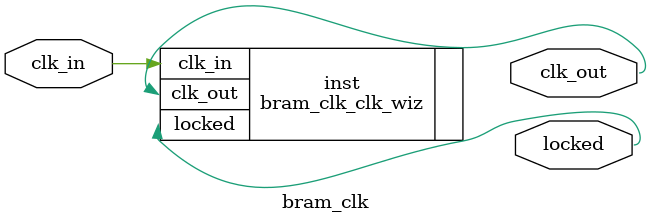
<source format=v>


`timescale 1ps/1ps

(* CORE_GENERATION_INFO = "bram_clk,clk_wiz_v6_0_12_0_0,{component_name=bram_clk,use_phase_alignment=true,use_min_o_jitter=false,use_max_i_jitter=false,use_dyn_phase_shift=false,use_inclk_switchover=false,use_dyn_reconfig=false,enable_axi=0,feedback_source=FDBK_AUTO,PRIMITIVE=PLL,num_out_clk=1,clkin1_period=10.000,clkin2_period=10.000,use_power_down=false,use_reset=false,use_locked=true,use_inclk_stopped=false,feedback_type=SINGLE,CLOCK_MGR_TYPE=NA,manual_override=false}" *)

module bram_clk 
 (
  // Clock out ports
  output        clk_out,
  // Status and control signals
  output        locked,
 // Clock in ports
  input         clk_in
 );

  bram_clk_clk_wiz inst
  (
  // Clock out ports  
  .clk_out(clk_out),
  // Status and control signals               
  .locked(locked),
 // Clock in ports
  .clk_in(clk_in)
  );

endmodule


</source>
